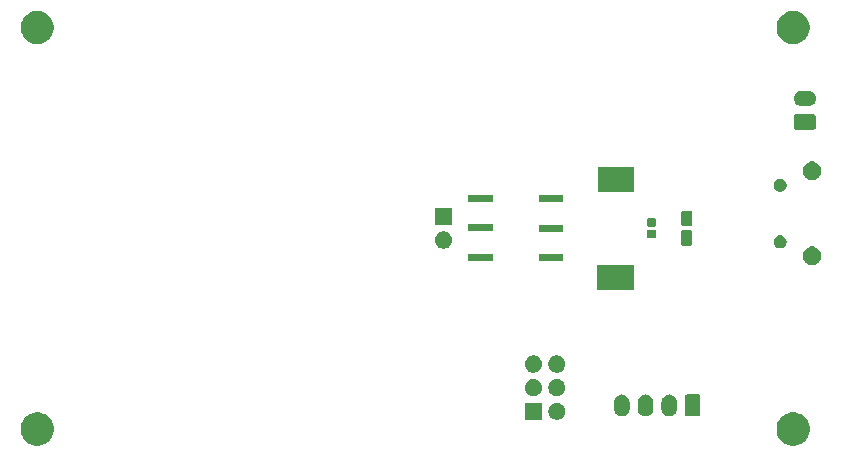
<source format=gts>
G04 #@! TF.GenerationSoftware,KiCad,Pcbnew,5.1.5-52549c5~84~ubuntu18.04.1*
G04 #@! TF.CreationDate,2020-03-10T15:08:56+05:30*
G04 #@! TF.ProjectId,scale_ltc6915,7363616c-655f-46c7-9463-363931352e6b,rev?*
G04 #@! TF.SameCoordinates,Original*
G04 #@! TF.FileFunction,Soldermask,Top*
G04 #@! TF.FilePolarity,Negative*
%FSLAX46Y46*%
G04 Gerber Fmt 4.6, Leading zero omitted, Abs format (unit mm)*
G04 Created by KiCad (PCBNEW 5.1.5-52549c5~84~ubuntu18.04.1) date 2020-03-10 15:08:56*
%MOMM*%
%LPD*%
G04 APERTURE LIST*
%ADD10C,0.100000*%
G04 APERTURE END LIST*
D10*
G36*
X77318433Y-45634893D02*
G01*
X77408657Y-45652839D01*
X77514267Y-45696585D01*
X77663621Y-45758449D01*
X77675284Y-45766242D01*
X77893086Y-45911772D01*
X78088228Y-46106914D01*
X78149156Y-46198100D01*
X78241551Y-46336379D01*
X78347161Y-46591344D01*
X78401000Y-46862012D01*
X78401000Y-47137988D01*
X78347161Y-47408656D01*
X78241551Y-47663621D01*
X78241550Y-47663622D01*
X78088228Y-47893086D01*
X77893086Y-48088228D01*
X77739763Y-48190675D01*
X77663621Y-48241551D01*
X77514267Y-48303415D01*
X77408657Y-48347161D01*
X77318433Y-48365107D01*
X77137988Y-48401000D01*
X76862012Y-48401000D01*
X76681567Y-48365107D01*
X76591343Y-48347161D01*
X76485733Y-48303415D01*
X76336379Y-48241551D01*
X76260237Y-48190675D01*
X76106914Y-48088228D01*
X75911772Y-47893086D01*
X75758450Y-47663622D01*
X75758449Y-47663621D01*
X75652839Y-47408656D01*
X75599000Y-47137988D01*
X75599000Y-46862012D01*
X75652839Y-46591344D01*
X75758449Y-46336379D01*
X75850844Y-46198100D01*
X75911772Y-46106914D01*
X76106914Y-45911772D01*
X76324716Y-45766242D01*
X76336379Y-45758449D01*
X76485733Y-45696585D01*
X76591343Y-45652839D01*
X76681567Y-45634893D01*
X76862012Y-45599000D01*
X77137988Y-45599000D01*
X77318433Y-45634893D01*
G37*
G36*
X13318433Y-45634893D02*
G01*
X13408657Y-45652839D01*
X13514267Y-45696585D01*
X13663621Y-45758449D01*
X13675284Y-45766242D01*
X13893086Y-45911772D01*
X14088228Y-46106914D01*
X14149156Y-46198100D01*
X14241551Y-46336379D01*
X14347161Y-46591344D01*
X14401000Y-46862012D01*
X14401000Y-47137988D01*
X14347161Y-47408656D01*
X14241551Y-47663621D01*
X14241550Y-47663622D01*
X14088228Y-47893086D01*
X13893086Y-48088228D01*
X13739763Y-48190675D01*
X13663621Y-48241551D01*
X13514267Y-48303415D01*
X13408657Y-48347161D01*
X13318433Y-48365107D01*
X13137988Y-48401000D01*
X12862012Y-48401000D01*
X12681567Y-48365107D01*
X12591343Y-48347161D01*
X12485733Y-48303415D01*
X12336379Y-48241551D01*
X12260237Y-48190675D01*
X12106914Y-48088228D01*
X11911772Y-47893086D01*
X11758450Y-47663622D01*
X11758449Y-47663621D01*
X11652839Y-47408656D01*
X11599000Y-47137988D01*
X11599000Y-46862012D01*
X11652839Y-46591344D01*
X11758449Y-46336379D01*
X11850844Y-46198100D01*
X11911772Y-46106914D01*
X12106914Y-45911772D01*
X12324716Y-45766242D01*
X12336379Y-45758449D01*
X12485733Y-45696585D01*
X12591343Y-45652839D01*
X12681567Y-45634893D01*
X12862012Y-45599000D01*
X13137988Y-45599000D01*
X13318433Y-45634893D01*
G37*
G36*
X57211766Y-44801899D02*
G01*
X57343888Y-44856626D01*
X57343890Y-44856627D01*
X57462798Y-44936079D01*
X57563921Y-45037202D01*
X57563922Y-45037204D01*
X57643374Y-45156112D01*
X57698101Y-45288234D01*
X57726000Y-45428494D01*
X57726000Y-45571506D01*
X57698101Y-45711766D01*
X57659296Y-45805449D01*
X57643373Y-45843890D01*
X57563921Y-45962798D01*
X57462798Y-46063921D01*
X57343890Y-46143373D01*
X57343889Y-46143374D01*
X57343888Y-46143374D01*
X57211766Y-46198101D01*
X57071506Y-46226000D01*
X56928494Y-46226000D01*
X56788234Y-46198101D01*
X56656112Y-46143374D01*
X56656111Y-46143374D01*
X56656110Y-46143373D01*
X56537202Y-46063921D01*
X56436079Y-45962798D01*
X56356627Y-45843890D01*
X56340704Y-45805449D01*
X56301899Y-45711766D01*
X56274000Y-45571506D01*
X56274000Y-45428494D01*
X56301899Y-45288234D01*
X56356626Y-45156112D01*
X56436078Y-45037204D01*
X56436079Y-45037202D01*
X56537202Y-44936079D01*
X56656110Y-44856627D01*
X56656112Y-44856626D01*
X56788234Y-44801899D01*
X56928494Y-44774000D01*
X57071506Y-44774000D01*
X57211766Y-44801899D01*
G37*
G36*
X55726000Y-46226000D02*
G01*
X54274000Y-46226000D01*
X54274000Y-44774000D01*
X55726000Y-44774000D01*
X55726000Y-46226000D01*
G37*
G36*
X64627618Y-44083420D02*
G01*
X64708400Y-44107925D01*
X64750336Y-44120646D01*
X64863425Y-44181094D01*
X64962554Y-44262446D01*
X65043906Y-44361575D01*
X65104354Y-44474664D01*
X65104355Y-44474668D01*
X65141580Y-44597382D01*
X65151000Y-44693027D01*
X65151000Y-45306973D01*
X65141580Y-45402618D01*
X65133730Y-45428495D01*
X65104354Y-45525336D01*
X65043906Y-45638425D01*
X64962554Y-45737553D01*
X64863424Y-45818906D01*
X64750335Y-45879354D01*
X64718403Y-45889040D01*
X64627617Y-45916580D01*
X64500000Y-45929149D01*
X64372382Y-45916580D01*
X64281596Y-45889040D01*
X64249664Y-45879354D01*
X64136575Y-45818906D01*
X64037447Y-45737554D01*
X63956094Y-45638424D01*
X63895646Y-45525335D01*
X63866270Y-45428494D01*
X63858420Y-45402617D01*
X63849000Y-45306972D01*
X63849000Y-44693027D01*
X63858420Y-44597382D01*
X63895645Y-44474668D01*
X63895645Y-44474667D01*
X63927957Y-44414217D01*
X63956095Y-44361574D01*
X63969493Y-44345249D01*
X64037447Y-44262446D01*
X64136576Y-44181094D01*
X64249665Y-44120646D01*
X64291601Y-44107925D01*
X64372383Y-44083420D01*
X64500000Y-44070851D01*
X64627618Y-44083420D01*
G37*
G36*
X66627618Y-44083420D02*
G01*
X66708400Y-44107925D01*
X66750336Y-44120646D01*
X66863425Y-44181094D01*
X66962554Y-44262446D01*
X67043906Y-44361575D01*
X67104354Y-44474664D01*
X67104355Y-44474668D01*
X67141580Y-44597382D01*
X67151000Y-44693027D01*
X67151000Y-45306973D01*
X67141580Y-45402618D01*
X67133730Y-45428495D01*
X67104354Y-45525336D01*
X67043906Y-45638425D01*
X66962554Y-45737553D01*
X66863424Y-45818906D01*
X66750335Y-45879354D01*
X66718403Y-45889040D01*
X66627617Y-45916580D01*
X66500000Y-45929149D01*
X66372382Y-45916580D01*
X66281596Y-45889040D01*
X66249664Y-45879354D01*
X66136575Y-45818906D01*
X66037447Y-45737554D01*
X65956094Y-45638424D01*
X65895646Y-45525335D01*
X65866270Y-45428494D01*
X65858420Y-45402617D01*
X65849000Y-45306972D01*
X65849000Y-44693027D01*
X65858420Y-44597382D01*
X65895645Y-44474668D01*
X65895645Y-44474667D01*
X65927957Y-44414217D01*
X65956095Y-44361574D01*
X65969493Y-44345249D01*
X66037447Y-44262446D01*
X66136576Y-44181094D01*
X66249665Y-44120646D01*
X66291601Y-44107925D01*
X66372383Y-44083420D01*
X66500000Y-44070851D01*
X66627618Y-44083420D01*
G37*
G36*
X62627618Y-44083420D02*
G01*
X62708400Y-44107925D01*
X62750336Y-44120646D01*
X62863425Y-44181094D01*
X62962554Y-44262446D01*
X63043906Y-44361575D01*
X63104354Y-44474664D01*
X63104355Y-44474668D01*
X63141580Y-44597382D01*
X63151000Y-44693027D01*
X63151000Y-45306973D01*
X63141580Y-45402618D01*
X63133730Y-45428495D01*
X63104354Y-45525336D01*
X63043906Y-45638425D01*
X62962554Y-45737553D01*
X62863424Y-45818906D01*
X62750335Y-45879354D01*
X62718403Y-45889040D01*
X62627617Y-45916580D01*
X62500000Y-45929149D01*
X62372382Y-45916580D01*
X62281596Y-45889040D01*
X62249664Y-45879354D01*
X62136575Y-45818906D01*
X62037447Y-45737554D01*
X61956094Y-45638424D01*
X61895646Y-45525335D01*
X61866270Y-45428494D01*
X61858420Y-45402617D01*
X61849000Y-45306972D01*
X61849000Y-44693027D01*
X61858420Y-44597382D01*
X61895645Y-44474668D01*
X61895645Y-44474667D01*
X61927957Y-44414217D01*
X61956095Y-44361574D01*
X61969493Y-44345249D01*
X62037447Y-44262446D01*
X62136576Y-44181094D01*
X62249665Y-44120646D01*
X62291601Y-44107925D01*
X62372383Y-44083420D01*
X62500000Y-44070851D01*
X62627618Y-44083420D01*
G37*
G36*
X68991242Y-44078404D02*
G01*
X69028337Y-44089657D01*
X69062515Y-44107925D01*
X69092481Y-44132519D01*
X69117075Y-44162485D01*
X69135343Y-44196663D01*
X69146596Y-44233758D01*
X69151000Y-44278474D01*
X69151000Y-45721526D01*
X69146596Y-45766242D01*
X69135343Y-45803337D01*
X69117075Y-45837515D01*
X69092481Y-45867481D01*
X69062515Y-45892075D01*
X69028337Y-45910343D01*
X68991242Y-45921596D01*
X68946526Y-45926000D01*
X68053474Y-45926000D01*
X68008758Y-45921596D01*
X67971663Y-45910343D01*
X67937485Y-45892075D01*
X67907519Y-45867481D01*
X67882925Y-45837515D01*
X67864657Y-45803337D01*
X67853404Y-45766242D01*
X67849000Y-45721526D01*
X67849000Y-44278474D01*
X67853404Y-44233758D01*
X67864657Y-44196663D01*
X67882925Y-44162485D01*
X67907519Y-44132519D01*
X67937485Y-44107925D01*
X67971663Y-44089657D01*
X68008758Y-44078404D01*
X68053474Y-44074000D01*
X68946526Y-44074000D01*
X68991242Y-44078404D01*
G37*
G36*
X55211766Y-42801899D02*
G01*
X55343888Y-42856626D01*
X55343890Y-42856627D01*
X55462798Y-42936079D01*
X55563921Y-43037202D01*
X55563922Y-43037204D01*
X55643374Y-43156112D01*
X55698101Y-43288234D01*
X55726000Y-43428494D01*
X55726000Y-43571506D01*
X55698101Y-43711766D01*
X55643374Y-43843888D01*
X55643373Y-43843890D01*
X55563921Y-43962798D01*
X55462798Y-44063921D01*
X55343890Y-44143373D01*
X55343889Y-44143374D01*
X55343888Y-44143374D01*
X55211766Y-44198101D01*
X55071506Y-44226000D01*
X54928494Y-44226000D01*
X54788234Y-44198101D01*
X54656112Y-44143374D01*
X54656111Y-44143374D01*
X54656110Y-44143373D01*
X54537202Y-44063921D01*
X54436079Y-43962798D01*
X54356627Y-43843890D01*
X54356626Y-43843888D01*
X54301899Y-43711766D01*
X54274000Y-43571506D01*
X54274000Y-43428494D01*
X54301899Y-43288234D01*
X54356626Y-43156112D01*
X54436078Y-43037204D01*
X54436079Y-43037202D01*
X54537202Y-42936079D01*
X54656110Y-42856627D01*
X54656112Y-42856626D01*
X54788234Y-42801899D01*
X54928494Y-42774000D01*
X55071506Y-42774000D01*
X55211766Y-42801899D01*
G37*
G36*
X57211766Y-42801899D02*
G01*
X57343888Y-42856626D01*
X57343890Y-42856627D01*
X57462798Y-42936079D01*
X57563921Y-43037202D01*
X57563922Y-43037204D01*
X57643374Y-43156112D01*
X57698101Y-43288234D01*
X57726000Y-43428494D01*
X57726000Y-43571506D01*
X57698101Y-43711766D01*
X57643374Y-43843888D01*
X57643373Y-43843890D01*
X57563921Y-43962798D01*
X57462798Y-44063921D01*
X57343890Y-44143373D01*
X57343889Y-44143374D01*
X57343888Y-44143374D01*
X57211766Y-44198101D01*
X57071506Y-44226000D01*
X56928494Y-44226000D01*
X56788234Y-44198101D01*
X56656112Y-44143374D01*
X56656111Y-44143374D01*
X56656110Y-44143373D01*
X56537202Y-44063921D01*
X56436079Y-43962798D01*
X56356627Y-43843890D01*
X56356626Y-43843888D01*
X56301899Y-43711766D01*
X56274000Y-43571506D01*
X56274000Y-43428494D01*
X56301899Y-43288234D01*
X56356626Y-43156112D01*
X56436078Y-43037204D01*
X56436079Y-43037202D01*
X56537202Y-42936079D01*
X56656110Y-42856627D01*
X56656112Y-42856626D01*
X56788234Y-42801899D01*
X56928494Y-42774000D01*
X57071506Y-42774000D01*
X57211766Y-42801899D01*
G37*
G36*
X55211766Y-40801899D02*
G01*
X55343888Y-40856626D01*
X55343890Y-40856627D01*
X55462798Y-40936079D01*
X55563921Y-41037202D01*
X55563922Y-41037204D01*
X55643374Y-41156112D01*
X55698101Y-41288234D01*
X55726000Y-41428494D01*
X55726000Y-41571506D01*
X55698101Y-41711766D01*
X55643374Y-41843888D01*
X55643373Y-41843890D01*
X55563921Y-41962798D01*
X55462798Y-42063921D01*
X55343890Y-42143373D01*
X55343889Y-42143374D01*
X55343888Y-42143374D01*
X55211766Y-42198101D01*
X55071506Y-42226000D01*
X54928494Y-42226000D01*
X54788234Y-42198101D01*
X54656112Y-42143374D01*
X54656111Y-42143374D01*
X54656110Y-42143373D01*
X54537202Y-42063921D01*
X54436079Y-41962798D01*
X54356627Y-41843890D01*
X54356626Y-41843888D01*
X54301899Y-41711766D01*
X54274000Y-41571506D01*
X54274000Y-41428494D01*
X54301899Y-41288234D01*
X54356626Y-41156112D01*
X54436078Y-41037204D01*
X54436079Y-41037202D01*
X54537202Y-40936079D01*
X54656110Y-40856627D01*
X54656112Y-40856626D01*
X54788234Y-40801899D01*
X54928494Y-40774000D01*
X55071506Y-40774000D01*
X55211766Y-40801899D01*
G37*
G36*
X57211766Y-40801899D02*
G01*
X57343888Y-40856626D01*
X57343890Y-40856627D01*
X57462798Y-40936079D01*
X57563921Y-41037202D01*
X57563922Y-41037204D01*
X57643374Y-41156112D01*
X57698101Y-41288234D01*
X57726000Y-41428494D01*
X57726000Y-41571506D01*
X57698101Y-41711766D01*
X57643374Y-41843888D01*
X57643373Y-41843890D01*
X57563921Y-41962798D01*
X57462798Y-42063921D01*
X57343890Y-42143373D01*
X57343889Y-42143374D01*
X57343888Y-42143374D01*
X57211766Y-42198101D01*
X57071506Y-42226000D01*
X56928494Y-42226000D01*
X56788234Y-42198101D01*
X56656112Y-42143374D01*
X56656111Y-42143374D01*
X56656110Y-42143373D01*
X56537202Y-42063921D01*
X56436079Y-41962798D01*
X56356627Y-41843890D01*
X56356626Y-41843888D01*
X56301899Y-41711766D01*
X56274000Y-41571506D01*
X56274000Y-41428494D01*
X56301899Y-41288234D01*
X56356626Y-41156112D01*
X56436078Y-41037204D01*
X56436079Y-41037202D01*
X56537202Y-40936079D01*
X56656110Y-40856627D01*
X56656112Y-40856626D01*
X56788234Y-40801899D01*
X56928494Y-40774000D01*
X57071506Y-40774000D01*
X57211766Y-40801899D01*
G37*
G36*
X63501000Y-35201000D02*
G01*
X60399000Y-35201000D01*
X60399000Y-33099000D01*
X63501000Y-33099000D01*
X63501000Y-35201000D01*
G37*
G36*
X78833642Y-31579781D02*
G01*
X78974897Y-31638291D01*
X78979416Y-31640163D01*
X79110608Y-31727822D01*
X79222178Y-31839392D01*
X79309837Y-31970584D01*
X79309838Y-31970586D01*
X79370219Y-32116358D01*
X79401000Y-32271107D01*
X79401000Y-32428893D01*
X79370219Y-32583642D01*
X79309838Y-32729414D01*
X79309837Y-32729416D01*
X79222178Y-32860608D01*
X79110608Y-32972178D01*
X78979416Y-33059837D01*
X78979415Y-33059838D01*
X78979414Y-33059838D01*
X78833642Y-33120219D01*
X78678893Y-33151000D01*
X78521107Y-33151000D01*
X78366358Y-33120219D01*
X78220586Y-33059838D01*
X78220585Y-33059838D01*
X78220584Y-33059837D01*
X78089392Y-32972178D01*
X77977822Y-32860608D01*
X77890163Y-32729416D01*
X77890162Y-32729414D01*
X77829781Y-32583642D01*
X77799000Y-32428893D01*
X77799000Y-32271107D01*
X77829781Y-32116358D01*
X77890162Y-31970586D01*
X77890163Y-31970584D01*
X77977822Y-31839392D01*
X78089392Y-31727822D01*
X78220584Y-31640163D01*
X78225103Y-31638291D01*
X78366358Y-31579781D01*
X78521107Y-31549000D01*
X78678893Y-31549000D01*
X78833642Y-31579781D01*
G37*
G36*
X51551000Y-32801000D02*
G01*
X49449000Y-32801000D01*
X49449000Y-32199000D01*
X51551000Y-32199000D01*
X51551000Y-32801000D01*
G37*
G36*
X57551000Y-32801000D02*
G01*
X55449000Y-32801000D01*
X55449000Y-32199000D01*
X57551000Y-32199000D01*
X57551000Y-32801000D01*
G37*
G36*
X47611766Y-30301899D02*
G01*
X47743888Y-30356626D01*
X47743890Y-30356627D01*
X47862798Y-30436079D01*
X47963921Y-30537202D01*
X47963922Y-30537204D01*
X48043374Y-30656112D01*
X48098101Y-30788234D01*
X48126000Y-30928494D01*
X48126000Y-31071506D01*
X48098101Y-31211766D01*
X48063889Y-31294360D01*
X48043373Y-31343890D01*
X47963921Y-31462798D01*
X47862798Y-31563921D01*
X47743890Y-31643373D01*
X47743889Y-31643374D01*
X47743888Y-31643374D01*
X47611766Y-31698101D01*
X47471506Y-31726000D01*
X47328494Y-31726000D01*
X47188234Y-31698101D01*
X47056112Y-31643374D01*
X47056111Y-31643374D01*
X47056110Y-31643373D01*
X46937202Y-31563921D01*
X46836079Y-31462798D01*
X46756627Y-31343890D01*
X46736111Y-31294360D01*
X46701899Y-31211766D01*
X46674000Y-31071506D01*
X46674000Y-30928494D01*
X46701899Y-30788234D01*
X46756626Y-30656112D01*
X46836078Y-30537204D01*
X46836079Y-30537202D01*
X46937202Y-30436079D01*
X47056110Y-30356627D01*
X47056112Y-30356626D01*
X47188234Y-30301899D01*
X47328494Y-30274000D01*
X47471506Y-30274000D01*
X47611766Y-30301899D01*
G37*
G36*
X76060721Y-30620174D02*
G01*
X76160995Y-30661709D01*
X76160996Y-30661710D01*
X76251242Y-30722010D01*
X76327990Y-30798758D01*
X76327991Y-30798760D01*
X76388291Y-30889005D01*
X76429826Y-30989279D01*
X76451000Y-31095730D01*
X76451000Y-31204270D01*
X76429826Y-31310721D01*
X76388291Y-31410995D01*
X76364954Y-31445921D01*
X76327990Y-31501242D01*
X76251242Y-31577990D01*
X76248560Y-31579782D01*
X76160995Y-31638291D01*
X76060721Y-31679826D01*
X75954270Y-31701000D01*
X75845730Y-31701000D01*
X75739279Y-31679826D01*
X75639005Y-31638291D01*
X75551440Y-31579782D01*
X75548758Y-31577990D01*
X75472010Y-31501242D01*
X75435046Y-31445921D01*
X75411709Y-31410995D01*
X75370174Y-31310721D01*
X75349000Y-31204270D01*
X75349000Y-31095730D01*
X75370174Y-30989279D01*
X75411709Y-30889005D01*
X75472009Y-30798760D01*
X75472010Y-30798758D01*
X75548758Y-30722010D01*
X75639004Y-30661710D01*
X75639005Y-30661709D01*
X75739279Y-30620174D01*
X75845730Y-30599000D01*
X75954270Y-30599000D01*
X76060721Y-30620174D01*
G37*
G36*
X68334618Y-30152965D02*
G01*
X68367433Y-30162919D01*
X68397665Y-30179079D01*
X68424170Y-30200830D01*
X68445921Y-30227335D01*
X68462081Y-30257567D01*
X68472035Y-30290382D01*
X68476000Y-30330640D01*
X68476000Y-31294360D01*
X68472035Y-31334618D01*
X68462081Y-31367433D01*
X68445921Y-31397665D01*
X68424170Y-31424170D01*
X68397665Y-31445921D01*
X68367433Y-31462081D01*
X68334618Y-31472035D01*
X68294360Y-31476000D01*
X67705640Y-31476000D01*
X67665382Y-31472035D01*
X67632567Y-31462081D01*
X67602335Y-31445921D01*
X67575830Y-31424170D01*
X67554079Y-31397665D01*
X67537919Y-31367433D01*
X67527965Y-31334618D01*
X67524000Y-31294360D01*
X67524000Y-30330640D01*
X67527965Y-30290382D01*
X67537919Y-30257567D01*
X67554079Y-30227335D01*
X67575830Y-30200830D01*
X67602335Y-30179079D01*
X67632567Y-30162919D01*
X67665382Y-30152965D01*
X67705640Y-30149000D01*
X68294360Y-30149000D01*
X68334618Y-30152965D01*
G37*
G36*
X65281938Y-30141716D02*
G01*
X65302557Y-30147971D01*
X65321553Y-30158124D01*
X65338208Y-30171792D01*
X65351876Y-30188447D01*
X65362029Y-30207443D01*
X65368284Y-30228062D01*
X65371000Y-30255640D01*
X65371000Y-30714360D01*
X65368284Y-30741938D01*
X65362029Y-30762557D01*
X65351876Y-30781553D01*
X65338208Y-30798208D01*
X65321553Y-30811876D01*
X65302557Y-30822029D01*
X65281938Y-30828284D01*
X65254360Y-30831000D01*
X64745640Y-30831000D01*
X64718062Y-30828284D01*
X64697443Y-30822029D01*
X64678447Y-30811876D01*
X64661792Y-30798208D01*
X64648124Y-30781553D01*
X64637971Y-30762557D01*
X64631716Y-30741938D01*
X64629000Y-30714360D01*
X64629000Y-30255640D01*
X64631716Y-30228062D01*
X64637971Y-30207443D01*
X64648124Y-30188447D01*
X64661792Y-30171792D01*
X64678447Y-30158124D01*
X64697443Y-30147971D01*
X64718062Y-30141716D01*
X64745640Y-30139000D01*
X65254360Y-30139000D01*
X65281938Y-30141716D01*
G37*
G36*
X57551000Y-30301000D02*
G01*
X55449000Y-30301000D01*
X55449000Y-29699000D01*
X57551000Y-29699000D01*
X57551000Y-30301000D01*
G37*
G36*
X51551000Y-30251000D02*
G01*
X49449000Y-30251000D01*
X49449000Y-29649000D01*
X51551000Y-29649000D01*
X51551000Y-30251000D01*
G37*
G36*
X65281938Y-29171716D02*
G01*
X65302557Y-29177971D01*
X65321553Y-29188124D01*
X65338208Y-29201792D01*
X65351876Y-29218447D01*
X65362029Y-29237443D01*
X65368284Y-29258062D01*
X65371000Y-29285640D01*
X65371000Y-29744360D01*
X65368284Y-29771938D01*
X65362029Y-29792557D01*
X65351876Y-29811553D01*
X65338208Y-29828208D01*
X65321553Y-29841876D01*
X65302557Y-29852029D01*
X65281938Y-29858284D01*
X65254360Y-29861000D01*
X64745640Y-29861000D01*
X64718062Y-29858284D01*
X64697443Y-29852029D01*
X64678447Y-29841876D01*
X64661792Y-29828208D01*
X64648124Y-29811553D01*
X64637971Y-29792557D01*
X64631716Y-29771938D01*
X64629000Y-29744360D01*
X64629000Y-29285640D01*
X64631716Y-29258062D01*
X64637971Y-29237443D01*
X64648124Y-29218447D01*
X64661792Y-29201792D01*
X64678447Y-29188124D01*
X64697443Y-29177971D01*
X64718062Y-29171716D01*
X64745640Y-29169000D01*
X65254360Y-29169000D01*
X65281938Y-29171716D01*
G37*
G36*
X68334618Y-28527965D02*
G01*
X68367433Y-28537919D01*
X68397665Y-28554079D01*
X68424170Y-28575830D01*
X68445921Y-28602335D01*
X68462081Y-28632567D01*
X68472035Y-28665382D01*
X68476000Y-28705640D01*
X68476000Y-29669360D01*
X68472035Y-29709618D01*
X68462081Y-29742433D01*
X68445921Y-29772665D01*
X68424170Y-29799170D01*
X68397665Y-29820921D01*
X68367433Y-29837081D01*
X68334618Y-29847035D01*
X68294360Y-29851000D01*
X67705640Y-29851000D01*
X67665382Y-29847035D01*
X67632567Y-29837081D01*
X67602335Y-29820921D01*
X67575830Y-29799170D01*
X67554079Y-29772665D01*
X67537919Y-29742433D01*
X67527965Y-29709618D01*
X67524000Y-29669360D01*
X67524000Y-28705640D01*
X67527965Y-28665382D01*
X67537919Y-28632567D01*
X67554079Y-28602335D01*
X67575830Y-28575830D01*
X67602335Y-28554079D01*
X67632567Y-28537919D01*
X67665382Y-28527965D01*
X67705640Y-28524000D01*
X68294360Y-28524000D01*
X68334618Y-28527965D01*
G37*
G36*
X48126000Y-29726000D02*
G01*
X46674000Y-29726000D01*
X46674000Y-28274000D01*
X48126000Y-28274000D01*
X48126000Y-29726000D01*
G37*
G36*
X57551000Y-27801000D02*
G01*
X55449000Y-27801000D01*
X55449000Y-27199000D01*
X57551000Y-27199000D01*
X57551000Y-27801000D01*
G37*
G36*
X51551000Y-27801000D02*
G01*
X49449000Y-27801000D01*
X49449000Y-27199000D01*
X51551000Y-27199000D01*
X51551000Y-27801000D01*
G37*
G36*
X63551000Y-26901000D02*
G01*
X60449000Y-26901000D01*
X60449000Y-24799000D01*
X63551000Y-24799000D01*
X63551000Y-26901000D01*
G37*
G36*
X76060721Y-25820174D02*
G01*
X76160995Y-25861709D01*
X76160996Y-25861710D01*
X76251242Y-25922010D01*
X76327990Y-25998758D01*
X76327991Y-25998760D01*
X76388291Y-26089005D01*
X76429826Y-26189279D01*
X76451000Y-26295730D01*
X76451000Y-26404270D01*
X76429826Y-26510721D01*
X76388291Y-26610995D01*
X76388290Y-26610996D01*
X76327990Y-26701242D01*
X76251242Y-26777990D01*
X76205812Y-26808345D01*
X76160995Y-26838291D01*
X76060721Y-26879826D01*
X75954270Y-26901000D01*
X75845730Y-26901000D01*
X75739279Y-26879826D01*
X75639005Y-26838291D01*
X75594188Y-26808345D01*
X75548758Y-26777990D01*
X75472010Y-26701242D01*
X75411710Y-26610996D01*
X75411709Y-26610995D01*
X75370174Y-26510721D01*
X75349000Y-26404270D01*
X75349000Y-26295730D01*
X75370174Y-26189279D01*
X75411709Y-26089005D01*
X75472009Y-25998760D01*
X75472010Y-25998758D01*
X75548758Y-25922010D01*
X75639004Y-25861710D01*
X75639005Y-25861709D01*
X75739279Y-25820174D01*
X75845730Y-25799000D01*
X75954270Y-25799000D01*
X76060721Y-25820174D01*
G37*
G36*
X78833642Y-24379781D02*
G01*
X78979414Y-24440162D01*
X78979416Y-24440163D01*
X79110608Y-24527822D01*
X79222178Y-24639392D01*
X79309837Y-24770584D01*
X79309838Y-24770586D01*
X79370219Y-24916358D01*
X79401000Y-25071107D01*
X79401000Y-25228893D01*
X79370219Y-25383642D01*
X79309838Y-25529414D01*
X79309837Y-25529416D01*
X79222178Y-25660608D01*
X79110608Y-25772178D01*
X78979416Y-25859837D01*
X78979415Y-25859838D01*
X78979414Y-25859838D01*
X78833642Y-25920219D01*
X78678893Y-25951000D01*
X78521107Y-25951000D01*
X78366358Y-25920219D01*
X78220586Y-25859838D01*
X78220585Y-25859838D01*
X78220584Y-25859837D01*
X78089392Y-25772178D01*
X77977822Y-25660608D01*
X77890163Y-25529416D01*
X77890162Y-25529414D01*
X77829781Y-25383642D01*
X77799000Y-25228893D01*
X77799000Y-25071107D01*
X77829781Y-24916358D01*
X77890162Y-24770586D01*
X77890163Y-24770584D01*
X77977822Y-24639392D01*
X78089392Y-24527822D01*
X78220584Y-24440163D01*
X78220586Y-24440162D01*
X78366358Y-24379781D01*
X78521107Y-24349000D01*
X78678893Y-24349000D01*
X78833642Y-24379781D01*
G37*
G36*
X78766242Y-20353404D02*
G01*
X78803337Y-20364657D01*
X78837515Y-20382925D01*
X78867481Y-20407519D01*
X78892075Y-20437485D01*
X78910343Y-20471663D01*
X78921596Y-20508758D01*
X78926000Y-20553474D01*
X78926000Y-21446526D01*
X78921596Y-21491242D01*
X78910343Y-21528337D01*
X78892075Y-21562515D01*
X78867481Y-21592481D01*
X78837515Y-21617075D01*
X78803337Y-21635343D01*
X78766242Y-21646596D01*
X78721526Y-21651000D01*
X77278474Y-21651000D01*
X77233758Y-21646596D01*
X77196663Y-21635343D01*
X77162485Y-21617075D01*
X77132519Y-21592481D01*
X77107925Y-21562515D01*
X77089657Y-21528337D01*
X77078404Y-21491242D01*
X77074000Y-21446526D01*
X77074000Y-20553474D01*
X77078404Y-20508758D01*
X77089657Y-20471663D01*
X77107925Y-20437485D01*
X77132519Y-20407519D01*
X77162485Y-20382925D01*
X77196663Y-20364657D01*
X77233758Y-20353404D01*
X77278474Y-20349000D01*
X78721526Y-20349000D01*
X78766242Y-20353404D01*
G37*
G36*
X78338855Y-18352140D02*
G01*
X78402618Y-18358420D01*
X78493404Y-18385960D01*
X78525336Y-18395646D01*
X78638425Y-18456094D01*
X78737554Y-18537446D01*
X78818906Y-18636575D01*
X78879354Y-18749664D01*
X78879355Y-18749668D01*
X78916580Y-18872382D01*
X78929149Y-19000000D01*
X78916580Y-19127618D01*
X78889040Y-19218404D01*
X78879354Y-19250336D01*
X78818906Y-19363425D01*
X78737554Y-19462554D01*
X78638425Y-19543906D01*
X78525336Y-19604354D01*
X78493404Y-19614040D01*
X78402618Y-19641580D01*
X78338855Y-19647860D01*
X78306974Y-19651000D01*
X77693026Y-19651000D01*
X77661145Y-19647860D01*
X77597382Y-19641580D01*
X77506596Y-19614040D01*
X77474664Y-19604354D01*
X77361575Y-19543906D01*
X77262446Y-19462554D01*
X77181094Y-19363425D01*
X77120646Y-19250336D01*
X77110960Y-19218404D01*
X77083420Y-19127618D01*
X77070851Y-19000000D01*
X77083420Y-18872382D01*
X77120645Y-18749668D01*
X77120646Y-18749664D01*
X77181094Y-18636575D01*
X77262446Y-18537446D01*
X77361575Y-18456094D01*
X77474664Y-18395646D01*
X77506596Y-18385960D01*
X77597382Y-18358420D01*
X77661145Y-18352140D01*
X77693026Y-18349000D01*
X78306974Y-18349000D01*
X78338855Y-18352140D01*
G37*
G36*
X13318433Y-11634893D02*
G01*
X13408657Y-11652839D01*
X13514267Y-11696585D01*
X13663621Y-11758449D01*
X13663622Y-11758450D01*
X13893086Y-11911772D01*
X14088228Y-12106914D01*
X14190675Y-12260237D01*
X14241551Y-12336379D01*
X14347161Y-12591344D01*
X14401000Y-12862012D01*
X14401000Y-13137988D01*
X14347161Y-13408656D01*
X14241551Y-13663621D01*
X14241550Y-13663622D01*
X14088228Y-13893086D01*
X13893086Y-14088228D01*
X13739763Y-14190675D01*
X13663621Y-14241551D01*
X13514267Y-14303415D01*
X13408657Y-14347161D01*
X13318433Y-14365107D01*
X13137988Y-14401000D01*
X12862012Y-14401000D01*
X12681567Y-14365107D01*
X12591343Y-14347161D01*
X12485733Y-14303415D01*
X12336379Y-14241551D01*
X12260237Y-14190675D01*
X12106914Y-14088228D01*
X11911772Y-13893086D01*
X11758450Y-13663622D01*
X11758449Y-13663621D01*
X11652839Y-13408656D01*
X11599000Y-13137988D01*
X11599000Y-12862012D01*
X11652839Y-12591344D01*
X11758449Y-12336379D01*
X11809325Y-12260237D01*
X11911772Y-12106914D01*
X12106914Y-11911772D01*
X12336378Y-11758450D01*
X12336379Y-11758449D01*
X12485733Y-11696585D01*
X12591343Y-11652839D01*
X12681567Y-11634893D01*
X12862012Y-11599000D01*
X13137988Y-11599000D01*
X13318433Y-11634893D01*
G37*
G36*
X77318433Y-11634893D02*
G01*
X77408657Y-11652839D01*
X77514267Y-11696585D01*
X77663621Y-11758449D01*
X77663622Y-11758450D01*
X77893086Y-11911772D01*
X78088228Y-12106914D01*
X78190675Y-12260237D01*
X78241551Y-12336379D01*
X78347161Y-12591344D01*
X78401000Y-12862012D01*
X78401000Y-13137988D01*
X78347161Y-13408656D01*
X78241551Y-13663621D01*
X78241550Y-13663622D01*
X78088228Y-13893086D01*
X77893086Y-14088228D01*
X77739763Y-14190675D01*
X77663621Y-14241551D01*
X77514267Y-14303415D01*
X77408657Y-14347161D01*
X77318433Y-14365107D01*
X77137988Y-14401000D01*
X76862012Y-14401000D01*
X76681567Y-14365107D01*
X76591343Y-14347161D01*
X76485733Y-14303415D01*
X76336379Y-14241551D01*
X76260237Y-14190675D01*
X76106914Y-14088228D01*
X75911772Y-13893086D01*
X75758450Y-13663622D01*
X75758449Y-13663621D01*
X75652839Y-13408656D01*
X75599000Y-13137988D01*
X75599000Y-12862012D01*
X75652839Y-12591344D01*
X75758449Y-12336379D01*
X75809325Y-12260237D01*
X75911772Y-12106914D01*
X76106914Y-11911772D01*
X76336378Y-11758450D01*
X76336379Y-11758449D01*
X76485733Y-11696585D01*
X76591343Y-11652839D01*
X76681567Y-11634893D01*
X76862012Y-11599000D01*
X77137988Y-11599000D01*
X77318433Y-11634893D01*
G37*
M02*

</source>
